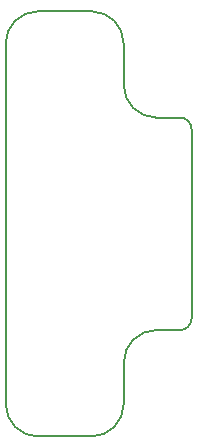
<source format=gm1>
G04 #@! TF.FileFunction,Profile,NP*
%FSLAX46Y46*%
G04 Gerber Fmt 4.6, Leading zero omitted, Abs format (unit mm)*
G04 Created by KiCad (PCBNEW 4.0.1-stable) date Saturday, January 30, 2016 'AMt' 12:46:15 AM*
%MOMM*%
G01*
G04 APERTURE LIST*
%ADD10C,0.100000*%
%ADD11C,0.150000*%
G04 APERTURE END LIST*
D10*
D11*
X166000000Y-92750000D02*
X166000000Y-96250000D01*
X166000000Y-119750000D02*
X166000000Y-123250000D01*
X171750000Y-100000000D02*
X171750000Y-116000000D01*
X170750000Y-117000000D02*
G75*
G03X171750000Y-116000000I0J1000000D01*
G01*
X168750000Y-117000000D02*
X170750000Y-117000000D01*
X168750000Y-99000000D02*
X170750000Y-99000000D01*
X171750000Y-100000000D02*
G75*
G03X170750000Y-99000000I-1000000J0D01*
G01*
X168750000Y-117000000D02*
G75*
G03X166000000Y-119750000I0J-2750000D01*
G01*
X166000000Y-96250000D02*
G75*
G03X168750000Y-99000000I2750000J0D01*
G01*
X156000000Y-123250000D02*
G75*
G03X158750000Y-126000000I2750000J0D01*
G01*
X163250000Y-126000000D02*
G75*
G03X166000000Y-123250000I0J2750000D01*
G01*
X166000000Y-92750000D02*
G75*
G03X163250000Y-90000000I-2750000J0D01*
G01*
X158750000Y-90000000D02*
G75*
G03X156000000Y-92750000I0J-2750000D01*
G01*
X158750000Y-126000000D02*
X163250000Y-126000000D01*
X156000000Y-92750000D02*
X156000000Y-123250000D01*
X158750000Y-90000000D02*
X163250000Y-90000000D01*
M02*

</source>
